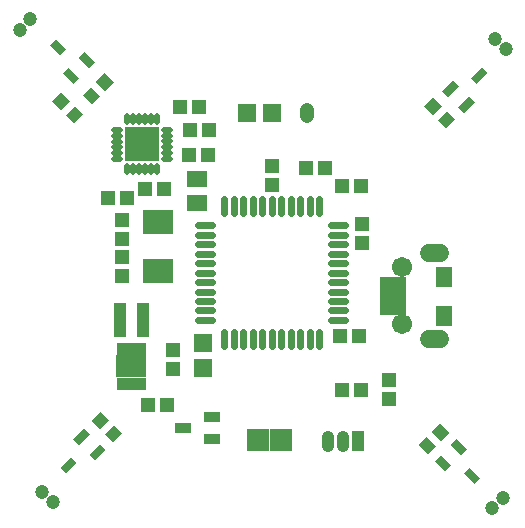
<source format=gts>
G04 ---------------------------- Layer name :TOP SOLDER LAYER*
G04 EasyEDA v5.7.24, Wed, 12 Sep 2018 16:40:19 GMT*
G04 788ae3d0f2e84f31b98fff910f9a6f2a*
G04 Gerber Generator version 0.2*
G04 Scale: 100 percent, Rotated: No, Reflected: No *
G04 Dimensions in inches *
G04 leading zeros omitted , absolute positions ,2 integer and 4 decimal *
%FSLAX24Y24*%
%MOIN*%
G90*
G70D02*

%ADD20C,0.019024*%
%ADD21C,0.024535*%
%ADD22C,0.040000*%
%ADD23C,0.048000*%
%ADD26R,0.051307X0.047370*%
%ADD27R,0.102488X0.082803*%
%ADD28R,0.113512X0.113512*%
%ADD29R,0.047370X0.051307*%
%ADD30R,0.103500X0.073500*%
%ADD31R,0.019500X0.042500*%
%ADD32R,0.039496X0.114300*%
%ADD33R,0.059200X0.063100*%
%ADD35R,0.057213X0.035559*%
%ADD36R,0.063100X0.059200*%
%ADD37R,0.086740X0.025717*%
%ADD38R,0.055240X0.070992*%
%ADD39R,0.065870X0.053670*%
%ADD40R,0.040000X0.070000*%
%ADD41C,0.047370*%
%ADD42R,0.074000X0.074000*%
%ADD43C,0.067055*%
%ADD44C,0.059181*%

%LPD*%
G54D20*
G01X9017Y19084D02*
G01X9222Y19084D01*
G01X9017Y18886D02*
G01X9222Y18886D01*
G01X9017Y18690D02*
G01X9222Y18690D01*
G01X9017Y18494D02*
G01X9222Y18494D01*
G01X9017Y18297D02*
G01X9222Y18297D01*
G01X9017Y18100D02*
G01X9222Y18100D01*
G01X9460Y17866D02*
G01X9460Y17661D01*
G01X9656Y17866D02*
G01X9656Y17661D01*
G01X9853Y17866D02*
G01X9853Y17661D01*
G01X10050Y17866D02*
G01X10050Y17661D01*
G01X10247Y17866D02*
G01X10247Y17661D01*
G01X10443Y17866D02*
G01X10443Y17661D01*
G01X10677Y18103D02*
G01X10882Y18103D01*
G01X10677Y18301D02*
G01X10882Y18301D01*
G01X10677Y18498D02*
G01X10882Y18498D01*
G01X10677Y18694D02*
G01X10882Y18694D01*
G01X10677Y18890D02*
G01X10882Y18890D01*
G01X10677Y19088D02*
G01X10882Y19088D01*
G01X10450Y19536D02*
G01X10450Y19331D01*
G01X10252Y19536D02*
G01X10252Y19331D01*
G01X10056Y19536D02*
G01X10056Y19331D01*
G01X9860Y19536D02*
G01X9860Y19331D01*
G01X9663Y19536D02*
G01X9663Y19331D01*
G01X9465Y19536D02*
G01X9465Y19331D01*
G54D44*
G01X19518Y14969D02*
G01X19873Y14969D01*
G01X19518Y12119D02*
G01X19873Y12119D01*
G54D21*
G01X15849Y16776D02*
G01X15849Y16311D01*
G01X15534Y16776D02*
G01X15534Y16311D01*
G01X15219Y16776D02*
G01X15219Y16311D01*
G01X14904Y16776D02*
G01X14904Y16311D01*
G01X14589Y16776D02*
G01X14589Y16311D01*
G01X14274Y16776D02*
G01X14274Y16311D01*
G01X13959Y16776D02*
G01X13959Y16311D01*
G01X13644Y16776D02*
G01X13644Y16311D01*
G01X13329Y16776D02*
G01X13329Y16311D01*
G01X13014Y16776D02*
G01X13014Y16311D01*
G01X12700Y16776D02*
G01X12700Y16311D01*
G01X12282Y15894D02*
G01X11818Y15894D01*
G01X12282Y15579D02*
G01X11818Y15579D01*
G01X12282Y15264D02*
G01X11818Y15264D01*
G01X12282Y14949D02*
G01X11818Y14949D01*
G01X12282Y14634D02*
G01X11818Y14634D01*
G01X12282Y14319D02*
G01X11818Y14319D01*
G01X12282Y14004D02*
G01X11818Y14004D01*
G01X12282Y13689D02*
G01X11818Y13689D01*
G01X12282Y13374D02*
G01X11818Y13374D01*
G01X12282Y13059D02*
G01X11818Y13059D01*
G01X12282Y12744D02*
G01X11818Y12744D01*
G01X12700Y12327D02*
G01X12700Y11862D01*
G01X13014Y12327D02*
G01X13014Y11862D01*
G01X13329Y12327D02*
G01X13329Y11862D01*
G01X13644Y12327D02*
G01X13644Y11862D01*
G01X13959Y12327D02*
G01X13959Y11862D01*
G01X14274Y12327D02*
G01X14274Y11862D01*
G01X14589Y12327D02*
G01X14589Y11862D01*
G01X14904Y12327D02*
G01X14904Y11862D01*
G01X15219Y12327D02*
G01X15219Y11862D01*
G01X15534Y12327D02*
G01X15534Y11862D01*
G01X15849Y12327D02*
G01X15849Y11862D01*
G01X16731Y12744D02*
G01X16266Y12744D01*
G01X16731Y13059D02*
G01X16266Y13059D01*
G01X16731Y13374D02*
G01X16266Y13374D01*
G01X16731Y13689D02*
G01X16266Y13689D01*
G01X16731Y14004D02*
G01X16266Y14004D01*
G01X16731Y14319D02*
G01X16266Y14319D01*
G01X16731Y14634D02*
G01X16266Y14634D01*
G01X16731Y14949D02*
G01X16266Y14949D01*
G01X16731Y15264D02*
G01X16266Y15264D01*
G01X16731Y15579D02*
G01X16266Y15579D01*
G01X16731Y15894D02*
G01X16266Y15894D01*
G54D22*
G01X16150Y8544D02*
G01X16150Y8844D01*
G01X16650Y8544D02*
G01X16650Y8844D01*
G54D23*
G01X15450Y19753D02*
G01X15450Y19534D01*
G54D26*
G01X9299Y14838D03*
G01X9299Y14207D03*
G01X9300Y15450D03*
G01X9300Y16080D03*
G01X17300Y15300D03*
G01X17300Y15930D03*
G01X14300Y17250D03*
G01X14300Y17880D03*
G01X18199Y10738D03*
G01X18199Y10107D03*
G54D27*
G01X10500Y15994D03*
G01X10500Y14380D03*
G54D28*
G01X9950Y18594D03*
G54D29*
G01X11565Y19088D03*
G01X12196Y19088D03*
G01X12143Y18244D03*
G01X11514Y18244D03*
G01X10693Y17094D03*
G01X10064Y17094D03*
G01X11843Y19844D03*
G01X11214Y19844D03*
G54D30*
G01X9600Y11193D03*
G54D31*
G01X9990Y11773D03*
G01X9800Y11773D03*
G01X9600Y11773D03*
G01X9400Y11773D03*
G01X9210Y11773D03*
G01X9210Y10613D03*
G01X9400Y10613D03*
G01X9600Y10613D03*
G01X9800Y10613D03*
G01X9990Y10613D03*
G54D32*
G01X9211Y12743D03*
G01X9998Y12743D03*
G54D26*
G01X10999Y11738D03*
G01X10999Y11107D03*
G54D29*
G01X10793Y9894D03*
G01X10164Y9894D03*
G54D33*
G01X13443Y19643D03*
G01X14269Y19643D03*
G36*
G01X7582Y8171D02*
G01X7776Y7976D01*
G01X7428Y7628D01*
G01X7234Y7823D01*
G01X7582Y8171D01*
G37*
G36*
G01X8013Y9130D02*
G01X8207Y8936D01*
G01X7859Y8588D01*
G01X7665Y8782D01*
G01X8013Y9130D01*
G37*
G36*
G01X8542Y8601D02*
G01X8736Y8407D01*
G01X8388Y8059D01*
G01X8194Y8253D01*
G01X8542Y8601D01*
G37*
G36*
G01X21118Y20617D02*
G01X20922Y20811D01*
G01X21271Y21159D01*
G01X21465Y20965D01*
G01X21118Y20617D01*
G37*
G36*
G01X20685Y19657D02*
G01X20492Y19852D01*
G01X20839Y20200D01*
G01X21034Y20005D01*
G01X20685Y19657D01*
G37*
G36*
G01X20157Y20186D02*
G01X19963Y20380D01*
G01X20310Y20728D01*
G01X20506Y20534D01*
G01X20157Y20186D01*
G37*
G54D41*
G01X6978Y6665D03*
G01X6621Y7022D03*
G01X21721Y22122D03*
G01X22078Y21765D03*
G54D35*
G01X11307Y9144D03*
G01X12292Y9517D03*
G01X12292Y8770D03*
G54D36*
G01X12000Y11136D03*
G01X12000Y11963D03*
G54D42*
G01X13810Y8744D03*
G01X14589Y8744D03*
G36*
G01X8703Y8934D02*
G01X9009Y9240D01*
G01X9288Y8961D01*
G01X8982Y8655D01*
G01X8703Y8934D01*
G37*
G36*
G01X8257Y9380D02*
G01X8563Y9686D01*
G01X8842Y9407D01*
G01X8536Y9101D01*
G01X8257Y9380D01*
G37*
G36*
G01X19940Y19888D02*
G01X19635Y19582D01*
G01X19356Y19861D01*
G01X19663Y20167D01*
G01X19940Y19888D01*
G37*
G36*
G01X20386Y19442D02*
G01X20081Y19136D01*
G01X19802Y19415D01*
G01X20107Y19722D01*
G01X20386Y19442D01*
G37*
G36*
G01X7403Y19584D02*
G01X7709Y19890D01*
G01X7988Y19611D01*
G01X7682Y19305D01*
G01X7403Y19584D01*
G37*
G36*
G01X6957Y20030D02*
G01X7263Y20336D01*
G01X7542Y20057D01*
G01X7236Y19752D01*
G01X6957Y20030D01*
G37*
G54D29*
G01X8805Y16793D03*
G01X9435Y16793D03*
G54D37*
G01X18323Y14051D03*
G01X18323Y13795D03*
G01X18323Y13539D03*
G01X18323Y13284D03*
G01X18323Y13028D03*
G54D38*
G01X20022Y14172D03*
G01X20015Y12880D03*
G54D43*
G01X18632Y12595D03*
G01X18632Y14501D03*
G54D29*
G01X17243Y17194D03*
G01X16614Y17194D03*
G01X16053Y17804D03*
G01X15423Y17804D03*
G36*
G01X20668Y7626D02*
G01X20863Y7821D01*
G01X21210Y7473D01*
G01X21015Y7278D01*
G01X20668Y7626D01*
G37*
G36*
G01X19707Y8057D02*
G01X19902Y8251D01*
G01X20251Y7903D01*
G01X20056Y7709D01*
G01X19707Y8057D01*
G37*
G36*
G01X20236Y8586D02*
G01X20431Y8780D01*
G01X20778Y8432D01*
G01X20585Y8238D01*
G01X20236Y8586D01*
G37*
G54D41*
G01X21978Y6822D03*
G01X21621Y6465D03*
G36*
G01X19914Y8707D02*
G01X19607Y9013D01*
G01X19886Y9292D01*
G01X20193Y8986D01*
G01X19914Y8707D01*
G37*
G36*
G01X19468Y8261D02*
G01X19163Y8567D01*
G01X19440Y8847D01*
G01X19747Y8540D01*
G01X19468Y8261D01*
G37*
G54D39*
G01X11800Y17444D03*
G01X11800Y16644D03*
G54D29*
G01X16556Y12193D03*
G01X17185Y12193D03*
G01X17243Y10394D03*
G01X16614Y10394D03*
G36*
G01X7421Y21767D02*
G01X7226Y21573D01*
G01X6878Y21921D01*
G01X7073Y22115D01*
G01X7421Y21767D01*
G37*
G36*
G01X8380Y21336D02*
G01X8186Y21142D01*
G01X7838Y21490D01*
G01X8032Y21684D01*
G01X8380Y21336D01*
G37*
G36*
G01X7851Y20807D02*
G01X7657Y20613D01*
G01X7309Y20961D01*
G01X7503Y21155D01*
G01X7851Y20807D01*
G37*
G54D41*
G01X5871Y22415D03*
G01X6228Y22772D03*
G36*
G01X8248Y20521D02*
G01X8555Y20215D01*
G01X8276Y19936D01*
G01X7971Y20242D01*
G01X8248Y20521D01*
G37*
G36*
G01X8694Y20967D02*
G01X9001Y20661D01*
G01X8723Y20382D01*
G01X8415Y20688D01*
G01X8694Y20967D01*
G37*
G54D40*
G01X17150Y8694D03*
M00*
M02*

</source>
